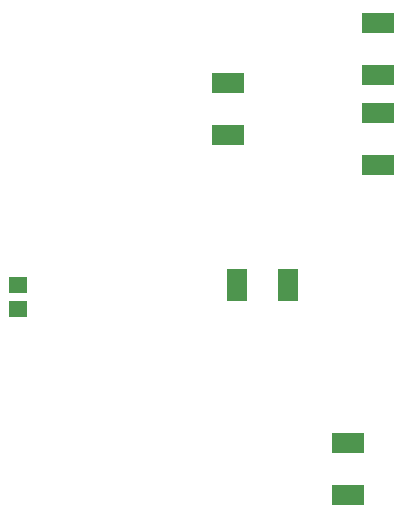
<source format=gtp>
G04 MADE WITH FRITZING*
G04 WWW.FRITZING.ORG*
G04 DOUBLE SIDED*
G04 HOLES PLATED*
G04 CONTOUR ON CENTER OF CONTOUR VECTOR*
%ASAXBY*%
%FSLAX23Y23*%
%MOIN*%
%OFA0B0*%
%SFA1.0B1.0*%
%ADD10R,0.059055X0.055118*%
%ADD11R,0.106299X0.070866*%
%ADD12R,0.070866X0.106299*%
%LNPASTEMASK1*%
G90*
G70*
G54D10*
X595Y1233D03*
X595Y1153D03*
G54D11*
X1295Y1907D03*
X1295Y1733D03*
G54D12*
X1322Y1233D03*
X1495Y1233D03*
G54D11*
X1795Y2107D03*
X1795Y1933D03*
X1695Y707D03*
X1695Y533D03*
X1795Y1807D03*
X1795Y1633D03*
G04 End of PasteMask1*
M02*
</source>
